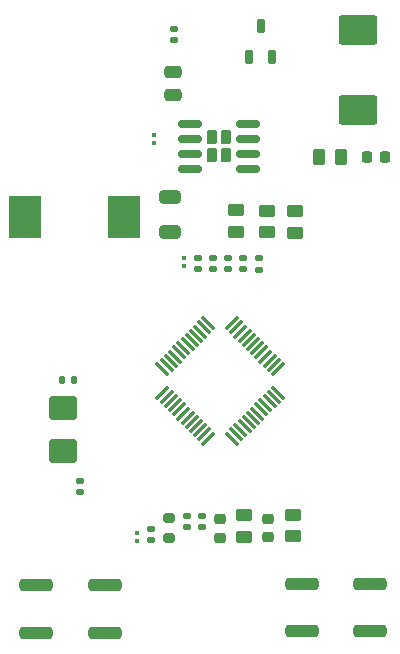
<source format=gbr>
G04 #@! TF.GenerationSoftware,KiCad,Pcbnew,9.0.5*
G04 #@! TF.CreationDate,2025-12-11T22:36:07+05:30*
G04 #@! TF.ProjectId,GPS_with_STM32,4750535f-7769-4746-985f-53544d33322e,rev?*
G04 #@! TF.SameCoordinates,Original*
G04 #@! TF.FileFunction,Paste,Top*
G04 #@! TF.FilePolarity,Positive*
%FSLAX46Y46*%
G04 Gerber Fmt 4.6, Leading zero omitted, Abs format (unit mm)*
G04 Created by KiCad (PCBNEW 9.0.5) date 2025-12-11 22:36:07*
%MOMM*%
%LPD*%
G01*
G04 APERTURE LIST*
G04 Aperture macros list*
%AMRoundRect*
0 Rectangle with rounded corners*
0 $1 Rounding radius*
0 $2 $3 $4 $5 $6 $7 $8 $9 X,Y pos of 4 corners*
0 Add a 4 corners polygon primitive as box body*
4,1,4,$2,$3,$4,$5,$6,$7,$8,$9,$2,$3,0*
0 Add four circle primitives for the rounded corners*
1,1,$1+$1,$2,$3*
1,1,$1+$1,$4,$5*
1,1,$1+$1,$6,$7*
1,1,$1+$1,$8,$9*
0 Add four rect primitives between the rounded corners*
20,1,$1+$1,$2,$3,$4,$5,0*
20,1,$1+$1,$4,$5,$6,$7,0*
20,1,$1+$1,$6,$7,$8,$9,0*
20,1,$1+$1,$8,$9,$2,$3,0*%
G04 Aperture macros list end*
%ADD10RoundRect,0.140000X0.170000X-0.140000X0.170000X0.140000X-0.170000X0.140000X-0.170000X-0.140000X0*%
%ADD11RoundRect,0.140000X-0.170000X0.140000X-0.170000X-0.140000X0.170000X-0.140000X0.170000X0.140000X0*%
%ADD12RoundRect,0.250000X0.450000X-0.262500X0.450000X0.262500X-0.450000X0.262500X-0.450000X-0.262500X0*%
%ADD13RoundRect,0.079500X-0.100500X0.079500X-0.100500X-0.079500X0.100500X-0.079500X0.100500X0.079500X0*%
%ADD14RoundRect,0.250000X-1.150000X-0.250000X1.150000X-0.250000X1.150000X0.250000X-1.150000X0.250000X0*%
%ADD15RoundRect,0.250000X-0.650000X0.325000X-0.650000X-0.325000X0.650000X-0.325000X0.650000X0.325000X0*%
%ADD16RoundRect,0.250000X0.262500X0.450000X-0.262500X0.450000X-0.262500X-0.450000X0.262500X-0.450000X0*%
%ADD17RoundRect,0.230000X-0.230000X-0.375000X0.230000X-0.375000X0.230000X0.375000X-0.230000X0.375000X0*%
%ADD18RoundRect,0.150000X-0.825000X-0.150000X0.825000X-0.150000X0.825000X0.150000X-0.825000X0.150000X0*%
%ADD19RoundRect,0.250000X-0.950000X0.750000X-0.950000X-0.750000X0.950000X-0.750000X0.950000X0.750000X0*%
%ADD20RoundRect,0.162500X0.162500X-0.447500X0.162500X0.447500X-0.162500X0.447500X-0.162500X-0.447500X0*%
%ADD21RoundRect,0.200000X0.275000X-0.200000X0.275000X0.200000X-0.275000X0.200000X-0.275000X-0.200000X0*%
%ADD22RoundRect,0.147500X-0.172500X0.147500X-0.172500X-0.147500X0.172500X-0.147500X0.172500X0.147500X0*%
%ADD23RoundRect,0.218750X-0.256250X0.218750X-0.256250X-0.218750X0.256250X-0.218750X0.256250X0.218750X0*%
%ADD24R,2.700000X3.600000*%
%ADD25RoundRect,0.135000X-0.185000X0.135000X-0.185000X-0.135000X0.185000X-0.135000X0.185000X0.135000X0*%
%ADD26RoundRect,0.075000X-0.521491X0.415425X0.415425X-0.521491X0.521491X-0.415425X-0.415425X0.521491X0*%
%ADD27RoundRect,0.075000X-0.521491X-0.415425X-0.415425X-0.521491X0.521491X0.415425X0.415425X0.521491X0*%
%ADD28RoundRect,0.250000X-0.450000X0.262500X-0.450000X-0.262500X0.450000X-0.262500X0.450000X0.262500X0*%
%ADD29RoundRect,0.079500X0.100500X-0.079500X0.100500X0.079500X-0.100500X0.079500X-0.100500X-0.079500X0*%
%ADD30RoundRect,0.250000X-0.475000X0.250000X-0.475000X-0.250000X0.475000X-0.250000X0.475000X0.250000X0*%
%ADD31RoundRect,0.218750X0.218750X0.256250X-0.218750X0.256250X-0.218750X-0.256250X0.218750X-0.256250X0*%
%ADD32RoundRect,0.250000X-1.400000X-1.000000X1.400000X-1.000000X1.400000X1.000000X-1.400000X1.000000X0*%
%ADD33RoundRect,0.140000X-0.140000X-0.170000X0.140000X-0.170000X0.140000X0.170000X-0.140000X0.170000X0*%
G04 APERTURE END LIST*
D10*
X78740812Y-57301217D03*
X78740812Y-56341217D03*
X77456244Y-57301217D03*
X77456244Y-56341217D03*
D11*
X66189673Y-75234968D03*
X66189673Y-76194968D03*
D12*
X84221766Y-79911938D03*
X84221766Y-78086938D03*
D13*
X71049107Y-79638757D03*
X71049107Y-80328757D03*
D14*
X62525000Y-84050000D03*
X68325000Y-84050000D03*
X62525000Y-88050000D03*
X68325000Y-88050000D03*
D15*
X73836204Y-51157017D03*
X73836204Y-54107017D03*
D10*
X80047153Y-57279444D03*
X80047153Y-56319444D03*
X76171675Y-57301217D03*
X76171675Y-56341217D03*
D16*
X88308268Y-47830082D03*
X86483268Y-47830082D03*
D17*
X77425032Y-46125104D03*
X77425032Y-47625104D03*
X78565032Y-46125104D03*
X78565032Y-47625104D03*
D18*
X75520032Y-44970104D03*
X75520032Y-46240104D03*
X75520032Y-47510104D03*
X75520032Y-48780104D03*
X80470032Y-48780104D03*
X80470032Y-47510104D03*
X80470032Y-46240104D03*
X80470032Y-44970104D03*
D19*
X64738380Y-69021478D03*
X64738380Y-72721478D03*
D20*
X80557146Y-39336031D03*
X82457146Y-39336031D03*
X81507146Y-36716031D03*
D21*
X73730948Y-80041542D03*
X73730948Y-78391542D03*
D22*
X74148683Y-36934789D03*
X74148683Y-37904789D03*
D23*
X82165633Y-78415935D03*
X82165633Y-79990935D03*
D24*
X61599646Y-52851031D03*
X69899646Y-52851031D03*
D25*
X81330448Y-56307282D03*
X81330448Y-57327282D03*
D12*
X84410042Y-54184503D03*
X84410042Y-52359503D03*
D26*
X77087421Y-61859175D03*
X76733867Y-62212729D03*
X76380314Y-62566282D03*
X76026760Y-62919836D03*
X75673207Y-63273389D03*
X75319654Y-63626942D03*
X74966100Y-63980496D03*
X74612547Y-64334049D03*
X74258994Y-64687602D03*
X73905440Y-65041156D03*
X73551887Y-65394709D03*
X73198333Y-65748263D03*
D27*
X73198333Y-67745839D03*
X73551887Y-68099393D03*
X73905440Y-68452946D03*
X74258994Y-68806500D03*
X74612547Y-69160053D03*
X74966100Y-69513606D03*
X75319654Y-69867160D03*
X75673207Y-70220713D03*
X76026760Y-70574266D03*
X76380314Y-70927820D03*
X76733867Y-71281373D03*
X77087421Y-71634927D03*
D26*
X79084997Y-71634927D03*
X79438551Y-71281373D03*
X79792104Y-70927820D03*
X80145658Y-70574266D03*
X80499211Y-70220713D03*
X80852764Y-69867160D03*
X81206318Y-69513606D03*
X81559871Y-69160053D03*
X81913424Y-68806500D03*
X82266978Y-68452946D03*
X82620531Y-68099393D03*
X82974085Y-67745839D03*
D27*
X82974085Y-65748263D03*
X82620531Y-65394709D03*
X82266978Y-65041156D03*
X81913424Y-64687602D03*
X81559871Y-64334049D03*
X81206318Y-63980496D03*
X80852764Y-63626942D03*
X80499211Y-63273389D03*
X80145658Y-62919836D03*
X79792104Y-62566282D03*
X79438551Y-62212729D03*
X79084997Y-61859175D03*
D28*
X79390546Y-52315907D03*
X79390546Y-54140907D03*
D11*
X76538810Y-78157876D03*
X76538810Y-79117876D03*
D29*
X74996835Y-56991991D03*
X74996835Y-56301991D03*
D11*
X72213242Y-79287006D03*
X72213242Y-80247006D03*
D30*
X74124646Y-40626031D03*
X74124646Y-42526031D03*
D31*
X92069553Y-47830082D03*
X90494553Y-47830082D03*
D12*
X82019994Y-54172604D03*
X82019994Y-52347604D03*
D14*
X84975601Y-83901187D03*
X90775601Y-83901187D03*
X84975601Y-87901187D03*
X90775601Y-87901187D03*
D12*
X80100543Y-79923679D03*
X80100543Y-78098679D03*
D11*
X75277766Y-78159795D03*
X75277766Y-79119795D03*
D13*
X72521258Y-45903959D03*
X72521258Y-46593959D03*
D32*
X89774646Y-37026031D03*
X89774646Y-43826031D03*
D33*
X64732112Y-66681125D03*
X65692112Y-66681125D03*
D23*
X78095243Y-78433294D03*
X78095243Y-80008294D03*
M02*

</source>
